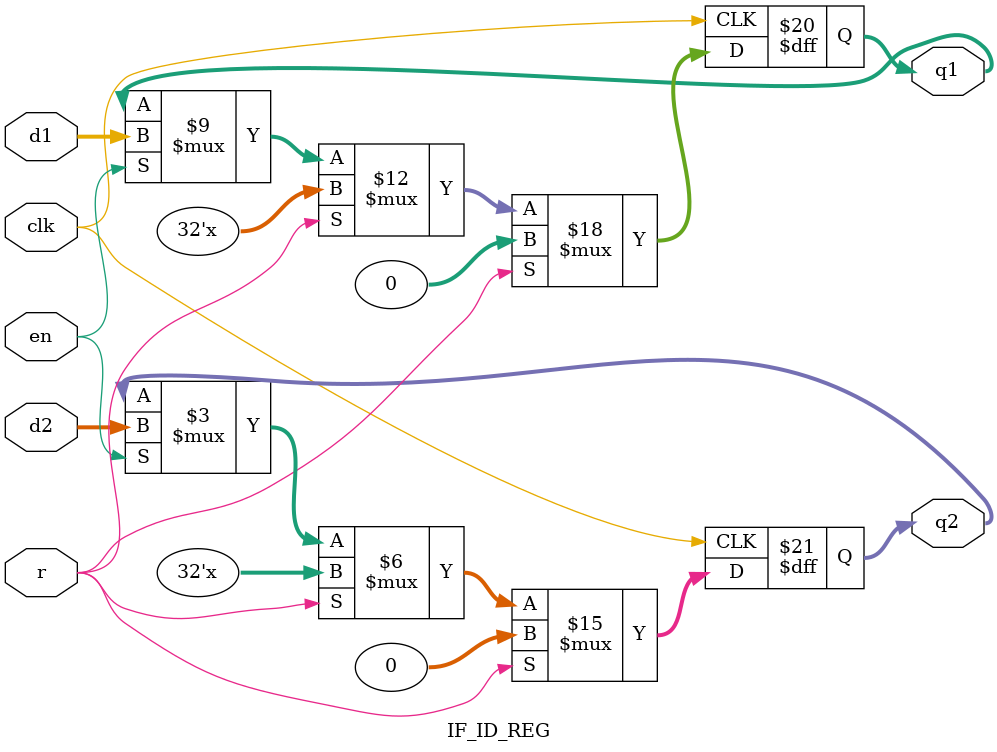
<source format=v>
`timescale 1ns / 1ps
module IF_ID_REG(en, r, clk, d1, d2, q1, q2);
	input en,r,clk;
	input [31:0] d1, d2;//PC, Insturction
	output [31:0] q1, q2;
	reg [31:0] q1, q2;

	always @ (posedge clk) begin
		if(r) begin
		  q1 = {32{1'b0}};
		  q2 = {32{1'b0}};
		end
		else if(en) begin
		  q1 = d1;
		  q2 = d2;
		end
	end

endmodule

</source>
